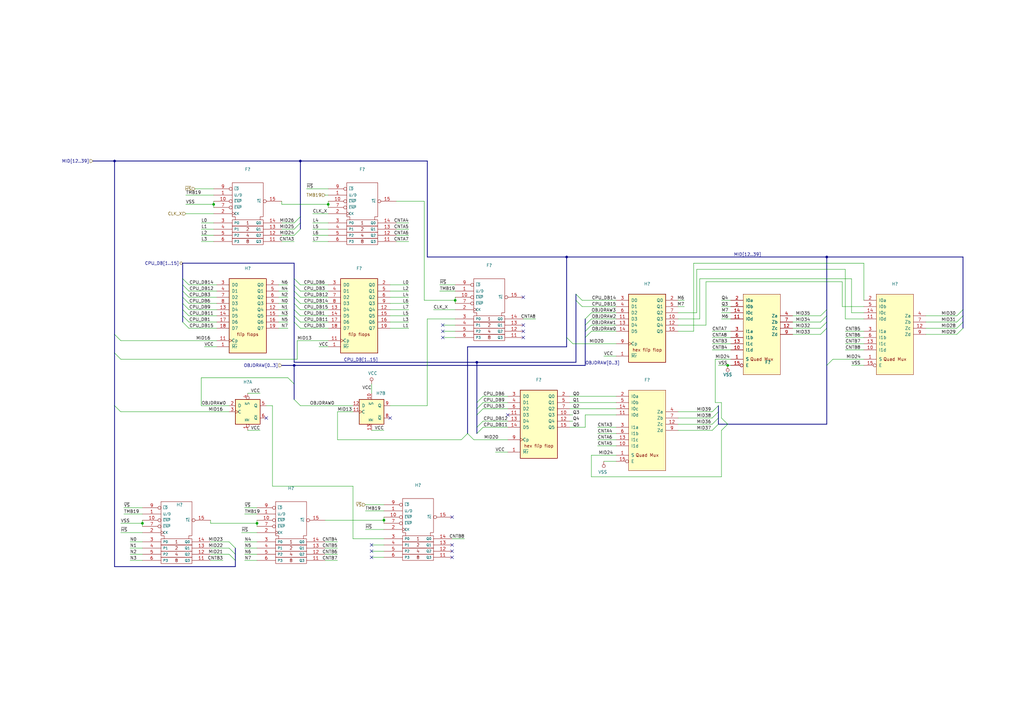
<source format=kicad_sch>
(kicad_sch (version 20211123) (generator eeschema)
  (paper "A3")
  (title_block (date "2022-04-29") (rev "J. Tejada") (company "JOTEGO") (comment 1 "Esperanza D. Triana"))
  (lib_symbols
    (symbol "74xx_IEEE:74LS669" (pin_names (offset 0.762))
      (property "Reference" "U" (at 7.62 13.97 0))
      (property "Value" "74xx_IEEE_74LS669" (at 7.62 -13.97 0))
      (symbol "74LS669_0_0"
        (rectangle (start -6.35 -8.89) (end 6.35 -11.43))
        (rectangle (start -6.35 -6.35) (end 6.35 -8.89))
        (rectangle (start -6.35 -3.81) (end 6.35 -6.35))
        (rectangle (start -6.35 -1.27) (end 6.35 -3.81))
        (polyline (pts (xy -5.08 -1.27) (xy -5.08 0) (xy -6.35 0) (xy -6.35 13.97) (xy 6.35 13.97) (xy 6.35 0) (xy 5.08 0) (xy 5.08 -1.27) (xy 5.08 -1.27)))
        (text "1" (at 0 -2.54 0) (effects (font (size 1.27 1.27))))
        (text "2" (at 0 -5.08 0) (effects (font (size 1.27 1.27))))
        (text "4" (at 0 -7.62 0) (effects (font (size 1.27 1.27))))
        (text "8" (at 0 -10.16 0) (effects (font (size 1.27 1.27))))
        (pin power_in line (at 3.81 13.97 270) (length 0) hide (name "VCC") (number "16"))
        (pin power_in line (at 1.27 13.97 270) (length 0) hide (name "GND") (number "8"))
      )
      (symbol "74LS669_1_1"
        (pin input line (at -13.97 8.89 0) (length 7.62) (name "U/D") (number "1"))
        (pin input inverted (at -13.97 6.35 0) (length 7.62) (name "~{ENP}") (number "10"))
        (pin output line (at 13.97 -10.16 180) (length 7.62) (name "Q3") (number "11"))
        (pin output line (at 13.97 -7.62 180) (length 7.62) (name "Q2") (number "12"))
        (pin output line (at 13.97 -5.08 180) (length 7.62) (name "Q1") (number "13"))
        (pin output line (at 13.97 -2.54 180) (length 7.62) (name "Q0") (number "14"))
        (pin output inverted (at 13.97 6.35 180) (length 7.62) (name "~{Tc}") (number "15"))
        (pin input clock (at -13.97 1.27 0) (length 7.62) (name "CK") (number "2"))
        (pin input line (at -13.97 -2.54 0) (length 7.62) (name "P0") (number "3"))
        (pin input line (at -13.97 -5.08 0) (length 7.62) (name "P1") (number "4"))
        (pin input line (at -13.97 -7.62 0) (length 7.62) (name "P2") (number "5"))
        (pin input line (at -13.97 -10.16 0) (length 7.62) (name "P3") (number "6"))
        (pin input inverted (at -13.97 3.81 0) (length 7.62) (name "~{ENP}") (number "7"))
        (pin input inverted (at -13.97 11.43 0) (length 7.62) (name "~{LD}") (number "9"))
      )
    )
    (symbol "jt74:74LS157" (pin_names (offset 1.016))
      (property "Reference" "U" (at 5.08 12.7 0))
      (property "Value" "jt74_74LS157" (at 0 -16.51 0))
      (symbol "74LS157_0_0"
        (text "Quad Mux" (at 0 -11.43 0) (effects (font (size 1.27 1.27))))
      )
      (symbol "74LS157_1_0"
        (pin input line (at -12.7 -11.43 0) (length 5.08) (name "S") (number "1"))
        (pin input line (at -12.7 -7.62 0) (length 5.08) (name "I1d") (number "10"))
        (pin input line (at -12.7 5.08 0) (length 5.08) (name "I0d") (number "11"))
        (pin output line (at 12.7 1.27 180) (length 5.08) (name "Zc") (number "12"))
        (pin input line (at -12.7 -5.08 0) (length 5.08) (name "I1c") (number "13"))
        (pin input line (at -12.7 7.62 0) (length 5.08) (name "I0c") (number "14"))
        (pin input inverted (at -12.7 -13.97 0) (length 5.08) (name "E") (number "15"))
        (pin input line (at -12.7 12.7 0) (length 5.08) (name "I0a") (number "2"))
        (pin input line (at -12.7 0 0) (length 5.08) (name "I1a") (number "3"))
        (pin output line (at 12.7 6.35 180) (length 5.08) (name "Za") (number "4"))
        (pin input line (at -12.7 10.16 0) (length 5.08) (name "I0b") (number "5"))
        (pin input line (at -12.7 -2.54 0) (length 5.08) (name "I1b") (number "6"))
        (pin output line (at 12.7 3.81 180) (length 5.08) (name "Zb") (number "7"))
        (pin output line (at 12.7 -1.27 180) (length 5.08) (name "Zd") (number "9"))
      )
      (symbol "74LS157_1_1"
        (rectangle (start -7.62 15.24) (end 7.62 -17.78) (fill (type background)))
      )
    )
    (symbol "jt74:74LS174" (pin_names (offset 1.016))
      (property "Reference" "U" (at 5.08 -12.7 0))
      (property "Value" "jt74_74LS174" (at 0 -5.08 0))
      (symbol "74LS174_0_0"
        (text "hex flip flop" (at 0 -10.16 0) (effects (font (size 1.27 1.27))))
      )
      (symbol "74LS174_1_0"
        (pin input line (at -12.7 -12.7 0) (length 5.08) (name "~{Mr}") (number "1"))
        (pin output line (at 12.7 2.54 180) (length 5.08) (name "Q3") (number "10"))
        (pin input line (at -12.7 2.54 0) (length 5.08) (name "D3") (number "11"))
        (pin output line (at 12.7 0 180) (length 5.08) (name "Q4") (number "12"))
        (pin input line (at -12.7 0 0) (length 5.08) (name "D4") (number "13"))
        (pin input line (at -12.7 -2.54 0) (length 5.08) (name "D5") (number "14"))
        (pin output line (at 12.7 -2.54 180) (length 5.08) (name "Q5") (number "15"))
        (pin output line (at 12.7 10.16 180) (length 5.08) (name "Q0") (number "2"))
        (pin input line (at -12.7 10.16 0) (length 5.08) (name "D0") (number "3"))
        (pin input line (at -12.7 7.62 0) (length 5.08) (name "D1") (number "4"))
        (pin output line (at 12.7 7.62 180) (length 5.08) (name "Q1") (number "5"))
        (pin input line (at -12.7 5.08 0) (length 5.08) (name "D2") (number "6"))
        (pin output line (at 12.7 5.08 180) (length 5.08) (name "Q2") (number "7"))
        (pin input clock (at -12.7 -7.62 0) (length 5.08) (name "Cp") (number "9"))
      )
      (symbol "74LS174_1_1"
        (rectangle (start -7.62 12.7) (end 7.62 -15.24) (stroke (width 0.254)) (fill (type background)))
      )
    )
    (symbol "jt74:74LS273" (pin_names (offset 1.016))
      (property "Reference" "U" (at 0 2.54 0))
      (property "Value" "jt74_74LS273" (at 2.54 -13.97 0))
      (symbol "74LS273_0_0"
        (text "flip flops" (at 0 -7.62 0) (effects (font (size 1.27 1.27))))
      )
      (symbol "74LS273_1_0"
        (pin input line (at -12.7 -12.7 0) (length 5.08) (name "~{Mr}") (number "1"))
        (pin input clock (at -12.7 -10.16 0) (length 5.08) (name "Cp") (number "11"))
        (pin output line (at 12.7 2.54 180) (length 5.08) (name "Q4") (number "12"))
        (pin input line (at -12.7 2.54 0) (length 5.08) (name "D4") (number "13"))
        (pin input line (at -12.7 0 0) (length 5.08) (name "D5") (number "14"))
        (pin output line (at 12.7 0 180) (length 5.08) (name "Q5") (number "15"))
        (pin output line (at 12.7 -2.54 180) (length 5.08) (name "Q6") (number "16"))
        (pin input line (at -12.7 -2.54 0) (length 5.08) (name "D6") (number "17"))
        (pin input line (at -12.7 -5.08 0) (length 5.08) (name "D7") (number "18"))
        (pin output line (at 12.7 -5.08 180) (length 5.08) (name "Q7") (number "19"))
        (pin output line (at 12.7 12.7 180) (length 5.08) (name "Q0") (number "2"))
        (pin input line (at -12.7 12.7 0) (length 5.08) (name "D0") (number "3"))
        (pin input line (at -12.7 10.16 0) (length 5.08) (name "D1") (number "4"))
        (pin output line (at 12.7 10.16 180) (length 5.08) (name "Q1") (number "5"))
        (pin output line (at 12.7 7.62 180) (length 5.08) (name "Q2") (number "6"))
        (pin input line (at -12.7 7.62 0) (length 5.08) (name "D2") (number "7"))
        (pin input line (at -12.7 5.08 0) (length 5.08) (name "D3") (number "8"))
        (pin output line (at 12.7 5.08 180) (length 5.08) (name "Q3") (number "9"))
      )
      (symbol "74LS273_1_1"
        (rectangle (start -7.62 15.24) (end 7.62 -15.24) (stroke (width 0.254)) (fill (type background)))
      )
    )
    (symbol "jt74:74LS74" (pin_names (offset 1.016))
      (property "Reference" "U" (at -7.62 8.89 0))
      (property "Value" "jt74_74LS74" (at -7.62 -8.89 0))
      (symbol "74LS74_1_0"
        (pin input inverted (at 0 -7.62 90) (length 2.54) (name "~{R}") (number "1"))
        (pin input line (at -7.62 2.54 0) (length 2.54) (name "D") (number "2"))
        (pin input clock (at -7.62 0 0) (length 2.54) (name "C") (number "3"))
        (pin input inverted (at 0 7.62 270) (length 2.54) (name "~{S}") (number "4"))
        (pin output line (at 7.62 2.54 180) (length 2.54) (name "Q") (number "5"))
        (pin output line (at 7.62 -2.54 180) (length 2.54) (name "~{Q}") (number "6"))
      )
      (symbol "74LS74_1_1"
        (rectangle (start -5.08 5.08) (end 5.08 -5.08) (stroke (width 0.254)) (fill (type background)))
      )
      (symbol "74LS74_2_0"
        (pin input clock (at -7.62 0 0) (length 2.54) (name "C") (number "11"))
        (pin input line (at -7.62 2.54 0) (length 2.54) (name "D") (number "12"))
        (pin input line (at 0 -7.62 90) (length 2.54) (name "~{R}") (number "13"))
        (pin output line (at 7.62 -2.54 180) (length 2.54) (name "~{Q}") (number "8"))
        (pin output line (at 7.62 2.54 180) (length 2.54) (name "Q") (number "9"))
      )
      (symbol "74LS74_2_1"
        (rectangle (start -5.08 5.08) (end 5.08 -5.08) (stroke (width 0.254)) (fill (type background)))
        (pin input line (at 0 7.62 270) (length 2.54) (name "~{S}") (number "10"))
      )
      (symbol "74LS74_3_0"
        (pin input line (at 0 10.16 270) (length 2.54) hide (name "VCC") (number "14"))
        (pin input line (at 0 -10.16 90) (length 2.54) hide (name "GND") (number "7"))
      )
      (symbol "74LS74_3_1"
        (rectangle (start -5.08 7.62) (end 5.08 -7.62) (stroke (width 0.254)) (fill (type background)))
      )
    )
    (symbol "power:VCC" (power) (pin_names (offset 0))
      (property "Value" "power_VCC" (at 0 3.81 0))
      (symbol "VCC_0_1"
        (polyline (pts (xy 0 0) (xy 0 1.27)))
        (circle (center 0 1.905) (radius 0.635))
      )
      (symbol "VCC_1_1"
        (pin power_in line (at 0 0 90) (length 0) hide (name "VCC") (number "1"))
      )
    )
    (symbol "power:VSS" (power) (pin_names (offset 0))
      (property "Value" "power_VSS" (at 0 3.81 0))
      (symbol "VSS_0_1"
        (polyline (pts (xy 0 0) (xy 0 1.27)))
        (circle (center 0 1.905) (radius 0.635))
      )
      (symbol "VSS_1_1"
        (pin power_in line (at 0 0 90) (length 0) hide (name "VSS") (number "1"))
      )
    )
  )
  (junction (at 195.58 148.59))
  (junction (at 120.65 149.86))
  (junction (at 186.69 123.19))
  (junction (at 87.63 83.82))
  (junction (at 46.99 66.04))
  (junction (at 298.45 149.86))
  (junction (at 58.42 214.63))
  (junction (at 232.41 105.41))
  (junction (at 105.41 214.63))
  (junction (at 157.48 213.36))
  (junction (at 123.19 66.04))
  (junction (at 134.62 83.82))
  (junction (at 339.09 105.41))
  (no_connect (at 214.63 138.43))
  (no_connect (at 181.61 133.35))
  (no_connect (at 214.63 121.92))
  (no_connect (at 185.42 228.6))
  (no_connect (at 185.42 223.52))
  (no_connect (at 214.63 133.35))
  (no_connect (at 152.4 223.52))
  (no_connect (at 185.42 226.06))
  (no_connect (at 160.02 171.45))
  (no_connect (at 181.61 135.89))
  (no_connect (at 185.42 212.09))
  (no_connect (at 152.4 226.06))
  (no_connect (at 152.4 228.6))
  (no_connect (at 109.22 171.45))
  (no_connect (at 208.28 170.18))
  (no_connect (at 181.61 138.43))
  (no_connect (at 214.63 135.89))
  (bus_entry (at 394.97 127) (size -2.54 2.54))
  (bus_entry (at 394.97 132.08) (size -2.54 2.54))
  (bus_entry (at 120.65 91.44) (size 2.54 -2.54))
  (bus_entry (at 93.98 227.33) (size 2.54 2.54))
  (bus_entry (at 74.93 124.46) (size 2.54 2.54))
  (bus_entry (at 240.03 130.81) (size 2.54 -2.54))
  (bus_entry (at 74.93 119.38) (size 2.54 2.54))
  (bus_entry (at 236.22 120.65) (size 2.54 2.54))
  (bus_entry (at 294.64 168.91) (size -2.54 2.54))
  (bus_entry (at 46.99 144.78) (size 2.54 2.54))
  (bus_entry (at 120.65 114.3) (size 2.54 2.54))
  (bus_entry (at 120.65 127) (size 2.54 2.54))
  (bus_entry (at 232.41 138.43) (size 2.54 2.54))
  (bus_entry (at 120.65 96.52) (size 2.54 -2.54))
  (bus_entry (at 191.77 177.8) (size 2.54 2.54))
  (bus_entry (at 120.65 124.46) (size 2.54 2.54))
  (bus_entry (at 120.65 121.92) (size 2.54 2.54))
  (bus_entry (at 123.19 166.37) (size -2.54 -2.54))
  (bus_entry (at 298.45 173.99) (size -2.54 2.54))
  (bus_entry (at 339.09 134.62) (size -2.54 2.54))
  (bus_entry (at 120.65 129.54) (size 2.54 2.54))
  (bus_entry (at 74.93 127) (size 2.54 2.54))
  (bus_entry (at 339.09 132.08) (size -2.54 2.54))
  (bus_entry (at 294.64 171.45) (size -2.54 2.54))
  (bus_entry (at 46.99 137.16) (size 2.54 2.54))
  (bus_entry (at 294.64 173.99) (size -2.54 2.54))
  (bus_entry (at 74.93 132.08) (size 2.54 2.54))
  (bus_entry (at 120.65 93.98) (size 2.54 -2.54))
  (bus_entry (at 394.97 134.62) (size -2.54 2.54))
  (bus_entry (at 295.91 171.45) (size 2.54 2.54))
  (bus_entry (at 242.57 133.35) (size -2.54 2.54))
  (bus_entry (at 198.12 175.26) (size -2.54 2.54))
  (bus_entry (at 46.99 166.37) (size 2.54 2.54))
  (bus_entry (at 120.65 119.38) (size 2.54 2.54))
  (bus_entry (at 74.93 121.92) (size 2.54 2.54))
  (bus_entry (at 394.97 129.54) (size -2.54 2.54))
  (bus_entry (at 74.93 129.54) (size 2.54 2.54))
  (bus_entry (at 242.57 135.89) (size -2.54 2.54))
  (bus_entry (at 120.65 157.48) (size -2.54 -2.54))
  (bus_entry (at 198.12 165.1) (size -2.54 2.54))
  (bus_entry (at 242.57 130.81) (size -2.54 2.54))
  (bus_entry (at 198.12 167.64) (size -2.54 2.54))
  (bus_entry (at 74.93 114.3) (size 2.54 2.54))
  (bus_entry (at 120.65 132.08) (size 2.54 2.54))
  (bus_entry (at 120.65 116.84) (size 2.54 2.54))
  (bus_entry (at 189.23 180.34) (size 2.54 -2.54))
  (bus_entry (at 236.22 123.19) (size 2.54 2.54))
  (bus_entry (at 339.09 127) (size -2.54 2.54))
  (bus_entry (at 198.12 172.72) (size -2.54 2.54))
  (bus_entry (at 294.64 166.37) (size -2.54 2.54))
  (bus_entry (at 198.12 162.56) (size -2.54 2.54))
  (bus_entry (at 341.63 147.32) (size -2.54 2.54))
  (bus_entry (at 339.09 129.54) (size -2.54 2.54))
  (bus_entry (at 93.98 222.25) (size 2.54 2.54))
  (bus_entry (at 93.98 224.79) (size 2.54 2.54))
  (bus_entry (at 74.93 116.84) (size 2.54 2.54))
  (wire (pts (xy 99.06 218.44) (xy 105.41 218.44)))
  (bus (pts (xy 195.58 148.59) (xy 195.58 165.1)))
  (wire (pts (xy 105.41 213.36) (xy 105.41 214.63)))
  (bus (pts (xy 298.45 173.99) (xy 339.09 173.99)))
  (bus (pts (xy 123.19 66.04) (xy 175.26 66.04)))
  (wire (pts (xy 105.41 208.28) (xy 100.33 208.28)))
  (wire (pts (xy 233.68 172.72) (xy 234.95 172.72)))
  (wire (pts (xy 198.12 175.26) (xy 208.28 175.26)))
  (bus (pts (xy 394.97 105.41) (xy 339.09 105.41)))
  (bus (pts (xy 240.03 138.43) (xy 240.03 149.86)))
  (wire (pts (xy 121.92 139.7) (xy 134.62 139.7)))
  (wire (pts (xy 87.63 85.09) (xy 87.63 83.82)))
  (bus (pts (xy 74.93 119.38) (xy 74.93 121.92)))
  (wire (pts (xy 53.34 227.33) (xy 58.42 227.33)))
  (bus (pts (xy 294.64 166.37) (xy 294.64 168.91)))
  (wire (pts (xy 149.86 217.17) (xy 157.48 217.17)))
  (bus (pts (xy 339.09 132.08) (xy 339.09 134.62)))
  (wire (pts (xy 173.99 82.55) (xy 173.99 123.19)))
  (wire (pts (xy 346.71 110.49) (xy 346.71 130.81)))
  (bus (pts (xy 120.65 148.59) (xy 195.58 148.59)))
  (bus (pts (xy 74.93 107.95) (xy 74.93 114.3)))
  (bus (pts (xy 294.64 168.91) (xy 294.64 171.45)))
  (wire (pts (xy 76.2 87.63) (xy 87.63 87.63)))
  (wire (pts (xy 240.03 175.26) (xy 240.03 170.18)))
  (wire (pts (xy 118.11 119.38) (xy 114.3 119.38)))
  (bus (pts (xy 120.65 149.86) (xy 120.65 157.48)))
  (wire (pts (xy 252.73 175.26) (xy 245.11 175.26)))
  (wire (pts (xy 58.42 224.79) (xy 53.34 224.79)))
  (bus (pts (xy 120.65 107.95) (xy 120.65 114.3)))
  (wire (pts (xy 299.72 128.27) (xy 295.91 128.27)))
  (wire (pts (xy 379.73 134.62) (xy 392.43 134.62)))
  (wire (pts (xy 88.9 129.54) (xy 77.47 129.54)))
  (bus (pts (xy 195.58 167.64) (xy 195.58 170.18)))
  (wire (pts (xy 167.64 121.92) (xy 160.02 121.92)))
  (wire (pts (xy 233.68 170.18) (xy 234.95 170.18)))
  (wire (pts (xy 185.42 220.98) (xy 190.5 220.98)))
  (wire (pts (xy 289.56 115.57) (xy 345.44 115.57)))
  (bus (pts (xy 120.65 119.38) (xy 120.65 121.92)))
  (wire (pts (xy 134.62 91.44) (xy 128.27 91.44)))
  (wire (pts (xy 345.44 125.73) (xy 354.33 125.73)))
  (wire (pts (xy 298.45 149.86) (xy 294.64 149.86)))
  (bus (pts (xy 74.93 124.46) (xy 74.93 127)))
  (wire (pts (xy 167.64 134.62) (xy 160.02 134.62)))
  (wire (pts (xy 278.13 130.81) (xy 287.02 130.81)))
  (wire (pts (xy 341.63 147.32) (xy 354.33 147.32)))
  (wire (pts (xy 118.11 134.62) (xy 114.3 134.62)))
  (bus (pts (xy 195.58 170.18) (xy 195.58 175.26)))
  (wire (pts (xy 82.55 99.06) (xy 87.63 99.06)))
  (wire (pts (xy 50.8 210.82) (xy 58.42 210.82)))
  (bus (pts (xy 38.1 66.04) (xy 46.99 66.04)))
  (wire (pts (xy 238.76 123.19) (xy 252.73 123.19)))
  (wire (pts (xy 242.57 195.58) (xy 242.57 186.69)))
  (wire (pts (xy 186.69 123.19) (xy 186.69 121.92)))
  (bus (pts (xy 232.41 105.41) (xy 232.41 138.43)))
  (bus (pts (xy 46.99 232.41) (xy 96.52 232.41)))
  (wire (pts (xy 354.33 143.51) (xy 346.71 143.51)))
  (wire (pts (xy 111.76 166.37) (xy 111.76 199.39)))
  (wire (pts (xy 186.69 116.84) (xy 180.34 116.84)))
  (bus (pts (xy 96.52 227.33) (xy 96.52 229.87)))
  (wire (pts (xy 115.57 96.52) (xy 120.65 96.52)))
  (wire (pts (xy 162.56 82.55) (xy 173.99 82.55)))
  (bus (pts (xy 123.19 88.9) (xy 123.19 91.44)))
  (wire (pts (xy 295.91 195.58) (xy 295.91 176.53)))
  (wire (pts (xy 242.57 133.35) (xy 252.73 133.35)))
  (wire (pts (xy 157.48 214.63) (xy 157.48 213.36)))
  (wire (pts (xy 379.73 129.54) (xy 392.43 129.54)))
  (bus (pts (xy 96.52 224.79) (xy 96.52 227.33)))
  (wire (pts (xy 189.23 180.34) (xy 138.43 180.34)))
  (bus (pts (xy 120.65 132.08) (xy 120.65 148.59)))
  (bus (pts (xy 394.97 129.54) (xy 394.97 132.08)))
  (bus (pts (xy 120.65 149.86) (xy 240.03 149.86)))
  (bus (pts (xy 120.65 157.48) (xy 120.65 163.83)))
  (bus (pts (xy 339.09 105.41) (xy 339.09 127)))
  (wire (pts (xy 198.12 162.56) (xy 208.28 162.56)))
  (wire (pts (xy 86.36 213.36) (xy 86.36 214.63)))
  (wire (pts (xy 118.11 129.54) (xy 114.3 129.54)))
  (wire (pts (xy 167.64 124.46) (xy 160.02 124.46)))
  (bus (pts (xy 232.41 138.43) (xy 232.41 142.24)))
  (wire (pts (xy 118.11 127) (xy 114.3 127)))
  (wire (pts (xy 109.22 166.37) (xy 111.76 166.37)))
  (wire (pts (xy 234.95 140.97) (xy 252.73 140.97)))
  (wire (pts (xy 76.2 80.01) (xy 87.63 80.01)))
  (wire (pts (xy 186.69 138.43) (xy 181.61 138.43)))
  (wire (pts (xy 299.72 135.89) (xy 292.1 135.89)))
  (wire (pts (xy 295.91 125.73) (xy 299.72 125.73)))
  (wire (pts (xy 157.48 207.01) (xy 149.86 207.01)))
  (wire (pts (xy 278.13 133.35) (xy 289.56 133.35)))
  (wire (pts (xy 278.13 173.99) (xy 292.1 173.99)))
  (wire (pts (xy 325.12 132.08) (xy 336.55 132.08)))
  (wire (pts (xy 123.19 129.54) (xy 134.62 129.54)))
  (bus (pts (xy 123.19 91.44) (xy 123.19 93.98)))
  (wire (pts (xy 233.68 162.56) (xy 252.73 162.56)))
  (wire (pts (xy 152.4 176.53) (xy 157.48 176.53)))
  (wire (pts (xy 299.72 123.19) (xy 295.91 123.19)))
  (wire (pts (xy 120.65 93.98) (xy 115.57 93.98)))
  (wire (pts (xy 133.35 222.25) (xy 138.43 222.25)))
  (wire (pts (xy 181.61 135.89) (xy 186.69 135.89)))
  (wire (pts (xy 186.69 133.35) (xy 181.61 133.35)))
  (wire (pts (xy 76.2 83.82) (xy 87.63 83.82)))
  (wire (pts (xy 144.78 199.39) (xy 144.78 220.98)))
  (wire (pts (xy 123.19 132.08) (xy 134.62 132.08)))
  (bus (pts (xy 46.99 66.04) (xy 123.19 66.04)))
  (bus (pts (xy 232.41 142.24) (xy 191.77 142.24)))
  (wire (pts (xy 208.28 180.34) (xy 194.31 180.34)))
  (bus (pts (xy 115.57 149.86) (xy 120.65 149.86)))
  (wire (pts (xy 49.53 168.91) (xy 93.98 168.91)))
  (wire (pts (xy 58.42 215.9) (xy 58.42 214.63)))
  (bus (pts (xy 191.77 142.24) (xy 191.77 177.8)))
  (wire (pts (xy 133.35 227.33) (xy 138.43 227.33)))
  (bus (pts (xy 120.65 121.92) (xy 120.65 124.46)))
  (wire (pts (xy 144.78 166.37) (xy 123.19 166.37)))
  (bus (pts (xy 240.03 135.89) (xy 240.03 138.43)))
  (wire (pts (xy 144.78 220.98) (xy 157.48 220.98)))
  (bus (pts (xy 195.58 165.1) (xy 195.58 167.64)))
  (wire (pts (xy 134.62 93.98) (xy 128.27 93.98)))
  (wire (pts (xy 287.02 114.3) (xy 349.25 114.3)))
  (bus (pts (xy 339.09 127) (xy 339.09 129.54)))
  (wire (pts (xy 152.4 157.48) (xy 152.4 161.29)))
  (wire (pts (xy 299.72 149.86) (xy 298.45 149.86)))
  (wire (pts (xy 115.57 83.82) (xy 134.62 83.82)))
  (wire (pts (xy 242.57 186.69) (xy 252.73 186.69)))
  (wire (pts (xy 86.36 214.63) (xy 105.41 214.63)))
  (wire (pts (xy 88.9 124.46) (xy 77.47 124.46)))
  (bus (pts (xy 74.93 121.92) (xy 74.93 124.46)))
  (wire (pts (xy 252.73 182.88) (xy 245.11 182.88)))
  (wire (pts (xy 82.55 154.94) (xy 118.11 154.94)))
  (wire (pts (xy 349.25 128.27) (xy 354.33 128.27)))
  (wire (pts (xy 134.62 82.55) (xy 134.62 83.82)))
  (wire (pts (xy 278.13 123.19) (xy 280.67 123.19)))
  (wire (pts (xy 354.33 138.43) (xy 346.71 138.43)))
  (wire (pts (xy 82.55 166.37) (xy 93.98 166.37)))
  (wire (pts (xy 287.02 130.81) (xy 287.02 114.3)))
  (wire (pts (xy 242.57 128.27) (xy 252.73 128.27)))
  (wire (pts (xy 167.64 129.54) (xy 160.02 129.54)))
  (wire (pts (xy 354.33 107.95) (xy 354.33 123.19)))
  (wire (pts (xy 87.63 91.44) (xy 82.55 91.44)))
  (bus (pts (xy 394.97 105.41) (xy 394.97 127)))
  (wire (pts (xy 134.62 142.24) (xy 130.81 142.24)))
  (bus (pts (xy 46.99 137.16) (xy 46.99 144.78)))
  (wire (pts (xy 252.73 180.34) (xy 245.11 180.34)))
  (bus (pts (xy 294.64 173.99) (xy 298.45 173.99)))
  (wire (pts (xy 50.8 208.28) (xy 58.42 208.28)))
  (wire (pts (xy 86.36 224.79) (xy 93.98 224.79)))
  (wire (pts (xy 105.41 224.79) (xy 100.33 224.79)))
  (wire (pts (xy 111.76 199.39) (xy 144.78 199.39)))
  (wire (pts (xy 58.42 214.63) (xy 58.42 213.36)))
  (wire (pts (xy 138.43 168.91) (xy 138.43 180.34)))
  (bus (pts (xy 46.99 66.04) (xy 46.99 137.16)))
  (wire (pts (xy 162.56 91.44) (xy 167.64 91.44)))
  (wire (pts (xy 88.9 119.38) (xy 77.47 119.38)))
  (wire (pts (xy 123.19 127) (xy 134.62 127)))
  (wire (pts (xy 278.13 176.53) (xy 292.1 176.53)))
  (wire (pts (xy 354.33 135.89) (xy 346.71 135.89)))
  (wire (pts (xy 115.57 91.44) (xy 120.65 91.44)))
  (wire (pts (xy 80.01 77.47) (xy 87.63 77.47)))
  (wire (pts (xy 49.53 147.32) (xy 121.92 147.32)))
  (wire (pts (xy 289.56 115.57) (xy 289.56 133.35)))
  (bus (pts (xy 394.97 127) (xy 394.97 129.54)))
  (wire (pts (xy 280.67 125.73) (xy 278.13 125.73)))
  (wire (pts (xy 285.75 110.49) (xy 346.71 110.49)))
  (bus (pts (xy 46.99 166.37) (xy 46.99 232.41)))
  (wire (pts (xy 252.73 177.8) (xy 245.11 177.8)))
  (wire (pts (xy 91.44 229.87) (xy 86.36 229.87)))
  (wire (pts (xy 88.9 134.62) (xy 77.47 134.62)))
  (wire (pts (xy 115.57 82.55) (xy 115.57 83.82)))
  (wire (pts (xy 186.69 123.19) (xy 173.99 123.19)))
  (wire (pts (xy 299.72 140.97) (xy 292.1 140.97)))
  (wire (pts (xy 233.68 175.26) (xy 240.03 175.26)))
  (wire (pts (xy 82.55 96.52) (xy 87.63 96.52)))
  (wire (pts (xy 157.48 228.6) (xy 152.4 228.6)))
  (bus (pts (xy 74.93 114.3) (xy 74.93 116.84)))
  (wire (pts (xy 118.11 121.92) (xy 114.3 121.92)))
  (wire (pts (xy 88.9 142.24) (xy 83.82 142.24)))
  (wire (pts (xy 198.12 172.72) (xy 208.28 172.72)))
  (wire (pts (xy 252.73 165.1) (xy 233.68 165.1)))
  (wire (pts (xy 379.73 132.08) (xy 392.43 132.08)))
  (wire (pts (xy 295.91 195.58) (xy 242.57 195.58)))
  (bus (pts (xy 74.93 127) (xy 74.93 129.54)))
  (wire (pts (xy 345.44 115.57) (xy 345.44 125.73)))
  (wire (pts (xy 175.26 130.81) (xy 186.69 130.81)))
  (wire (pts (xy 86.36 222.25) (xy 93.98 222.25)))
  (bus (pts (xy 74.93 107.95) (xy 120.65 107.95)))
  (wire (pts (xy 133.35 213.36) (xy 157.48 213.36)))
  (wire (pts (xy 346.71 130.81) (xy 354.33 130.81)))
  (bus (pts (xy 74.93 129.54) (xy 74.93 132.08)))
  (wire (pts (xy 160.02 166.37) (xy 175.26 166.37)))
  (bus (pts (xy 339.09 134.62) (xy 339.09 149.86)))
  (wire (pts (xy 354.33 149.86) (xy 349.25 149.86)))
  (bus (pts (xy 294.64 171.45) (xy 294.64 173.99)))
  (wire (pts (xy 82.55 166.37) (xy 82.55 154.94)))
  (wire (pts (xy 293.37 165.1) (xy 295.91 165.1)))
  (wire (pts (xy 278.13 135.89) (xy 284.48 135.89)))
  (wire (pts (xy 157.48 223.52) (xy 152.4 223.52)))
  (wire (pts (xy 186.69 124.46) (xy 186.69 123.19)))
  (wire (pts (xy 208.28 185.42) (xy 203.2 185.42)))
  (wire (pts (xy 379.73 137.16) (xy 392.43 137.16)))
  (bus (pts (xy 96.52 229.87) (xy 96.52 232.41)))
  (bus (pts (xy 195.58 175.26) (xy 195.58 177.8)))
  (wire (pts (xy 252.73 146.05) (xy 247.65 146.05)))
  (wire (pts (xy 325.12 129.54) (xy 336.55 129.54)))
  (bus (pts (xy 46.99 144.78) (xy 46.99 166.37)))
  (bus (pts (xy 240.03 133.35) (xy 240.03 135.89)))
  (wire (pts (xy 278.13 168.91) (xy 292.1 168.91)))
  (wire (pts (xy 180.34 119.38) (xy 186.69 119.38)))
  (bus (pts (xy 120.65 127) (xy 120.65 129.54)))
  (bus (pts (xy 236.22 120.65) (xy 236.22 123.19)))
  (bus (pts (xy 240.03 130.81) (xy 240.03 133.35)))
  (wire (pts (xy 128.27 99.06) (xy 134.62 99.06)))
  (wire (pts (xy 349.25 114.3) (xy 349.25 128.27)))
  (wire (pts (xy 87.63 93.98) (xy 82.55 93.98)))
  (wire (pts (xy 198.12 167.64) (xy 208.28 167.64)))
  (wire (pts (xy 118.11 116.84) (xy 114.3 116.84)))
  (bus (pts (xy 123.19 66.04) (xy 123.19 88.9)))
  (wire (pts (xy 152.4 226.06) (xy 157.48 226.06)))
  (wire (pts (xy 118.11 124.46) (xy 114.3 124.46)))
  (wire (pts (xy 284.48 107.95) (xy 354.33 107.95)))
  (wire (pts (xy 167.64 93.98) (xy 162.56 93.98)))
  (wire (pts (xy 325.12 137.16) (xy 336.55 137.16)))
  (wire (pts (xy 125.73 77.47) (xy 134.62 77.47)))
  (wire (pts (xy 49.53 218.44) (xy 58.42 218.44)))
  (wire (pts (xy 242.57 130.81) (xy 252.73 130.81)))
  (wire (pts (xy 134.62 83.82) (xy 134.62 85.09)))
  (wire (pts (xy 123.19 121.92) (xy 134.62 121.92)))
  (bus (pts (xy 74.93 116.84) (xy 74.93 119.38)))
  (wire (pts (xy 128.27 96.52) (xy 134.62 96.52)))
  (bus (pts (xy 236.22 148.59) (xy 195.58 148.59)))
  (wire (pts (xy 49.53 214.63) (xy 58.42 214.63)))
  (wire (pts (xy 58.42 222.25) (xy 53.34 222.25)))
  (wire (pts (xy 252.73 189.23) (xy 247.65 189.23)))
  (wire (pts (xy 88.9 127) (xy 77.47 127)))
  (wire (pts (xy 295.91 165.1) (xy 295.91 171.45)))
  (wire (pts (xy 295.91 130.81) (xy 299.72 130.81)))
  (wire (pts (xy 278.13 171.45) (xy 292.1 171.45)))
  (wire (pts (xy 167.64 99.06) (xy 162.56 99.06)))
  (wire (pts (xy 299.72 138.43) (xy 292.1 138.43)))
  (wire (pts (xy 149.86 209.55) (xy 157.48 209.55)))
  (wire (pts (xy 278.13 128.27) (xy 285.75 128.27)))
  (wire (pts (xy 88.9 132.08) (xy 77.47 132.08)))
  (wire (pts (xy 138.43 224.79) (xy 133.35 224.79)))
  (wire (pts (xy 293.37 147.32) (xy 293.37 165.1)))
  (wire (pts (xy 162.56 96.52) (xy 167.64 96.52)))
  (wire (pts (xy 123.19 119.38) (xy 134.62 119.38)))
  (bus (pts (xy 339.09 129.54) (xy 339.09 132.08)))
  (wire (pts (xy 285.75 128.27) (xy 285.75 110.49)))
  (wire (pts (xy 157.48 213.36) (xy 157.48 212.09)))
  (wire (pts (xy 167.64 127) (xy 160.02 127)))
  (bus (pts (xy 120.65 129.54) (xy 120.65 132.08)))
  (wire (pts (xy 144.78 168.91) (xy 138.43 168.91)))
  (wire (pts (xy 175.26 166.37) (xy 175.26 130.81)))
  (wire (pts (xy 123.19 134.62) (xy 134.62 134.62)))
  (wire (pts (xy 105.41 214.63) (xy 105.41 215.9)))
  (bus (pts (xy 120.65 114.3) (xy 120.65 116.84)))
  (bus (pts (xy 120.65 116.84) (xy 120.65 119.38)))
  (wire (pts (xy 354.33 140.97) (xy 346.71 140.97)))
  (wire (pts (xy 293.37 147.32) (xy 299.72 147.32)))
  (wire (pts (xy 284.48 135.89) (xy 284.48 107.95)))
  (wire (pts (xy 101.6 161.29) (xy 106.68 161.29)))
  (wire (pts (xy 100.33 229.87) (xy 105.41 229.87)))
  (wire (pts (xy 106.68 176.53) (xy 101.6 176.53)))
  (wire (pts (xy 121.92 139.7) (xy 121.92 147.32)))
  (bus (pts (xy 339.09 149.86) (xy 339.09 173.99)))
  (wire (pts (xy 88.9 116.84) (xy 77.47 116.84)))
  (wire (pts (xy 105.41 222.25) (xy 100.33 222.25)))
  (bus (pts (xy 175.26 66.04) (xy 175.26 105.41)))
  (wire (pts (xy 167.64 116.84) (xy 160.02 116.84)))
  (wire (pts (xy 252.73 167.64) (xy 233.68 167.64)))
  (bus (pts (xy 339.09 105.41) (xy 232.41 105.41)))
  (wire (pts (xy 240.03 170.18) (xy 252.73 170.18)))
  (wire (pts (xy 138.43 229.87) (xy 133.35 229.87)))
  (wire (pts (xy 105.41 210.82) (xy 100.33 210.82)))
  (wire (pts (xy 242.57 135.89) (xy 252.73 135.89)))
  (wire (pts (xy 86.36 227.33) (xy 93.98 227.33)))
  (wire (pts (xy 49.53 139.7) (xy 88.9 139.7)))
  (bus (pts (xy 232.41 105.41) (xy 175.26 105.41)))
  (wire (pts (xy 198.12 165.1) (xy 208.28 165.1)))
  (bus (pts (xy 120.65 124.46) (xy 120.65 127)))
  (wire (pts (xy 214.63 130.81) (xy 219.71 130.81)))
  (wire (pts (xy 123.19 116.84) (xy 134.62 116.84)))
  (wire (pts (xy 134.62 80.01) (xy 133.35 80.01)))
  (wire (pts (xy 177.8 127) (xy 186.69 127)))
  (wire (pts (xy 53.34 229.87) (xy 58.42 229.87)))
  (wire (pts (xy 100.33 227.33) (xy 105.41 227.33)))
  (bus (pts (xy 236.22 123.19) (xy 236.22 148.59)))
  (wire (pts (xy 128.27 87.63) (xy 134.62 87.63)))
  (wire (pts (xy 123.19 124.46) (xy 134.62 124.46)))
  (bus (pts (xy 394.97 132.08) (xy 394.97 134.62)))
  (wire (pts (xy 87.63 83.82) (xy 87.63 82.55)))
  (wire (pts (xy 299.72 143.51) (xy 292.1 143.51)))
  (wire (pts (xy 120.65 99.06) (xy 115.57 99.06)))
  (wire (pts (xy 238.76 125.73) (xy 252.73 125.73)))
  (wire (pts (xy 325.12 134.62) (xy 336.55 134.62)))
  (wire (pts (xy 88.9 121.92) (xy 77.47 121.92)))
  (wire (pts (xy 118.11 132.08) (xy 114.3 132.08)))
  (wire (pts (xy 167.64 119.38) (xy 160.02 119.38)))
  (wire (pts (xy 167.64 132.08) (xy 160.02 132.08)))
  (label "VCC" (at 157.48 176.53 180))
  (label "CNTB8" (at 346.71 143.51 0))
  (label "N0" (at 118.11 124.46 180))
  (label "MID32" (at 326.39 134.62 0))
  (label "M6" (at 280.67 123.19 180))
  (label "L5" (at 167.64 129.54 180))
  (label "VCC" (at 83.82 142.24 0))
  (label "L7" (at 167.64 127 180))
  (label "M7" (at 295.91 128.27 0))
  (label "TMB19" (at 50.8 210.82 0))
  (label "Q3" (at 295.91 125.73 0))
  (label "OBJDRAW[0..3]" (at 240.03 149.86 0))
  (label "CPU_DB14" (at 252.73 123.19 180))
  (label "N6" (at 100.33 227.33 0))
  (label "CNTB4" (at 138.43 222.25 180))
  (label "MID13" (at 121.92 139.7 0))
  (label "MID23" (at 91.44 222.25 180))
  (label "TMB19" (at 76.2 80.01 0))
  (label "VCC" (at 106.68 161.29 180))
  (label "CNTB8" (at 190.5 220.98 180))
  (label "CNTA8" (at 219.71 130.81 180))
  (label "CPU_DB6" (at 133.35 116.84 180))
  (label "L2" (at 82.55 96.52 0))
  (label "MID20" (at 204.47 180.34 180))
  (label "M7" (at 280.67 125.73 180))
  (label "N0" (at 53.34 222.25 0))
  (label "MID16" (at 91.44 168.91 180))
  (label "CPU_DB11" (at 208.28 175.26 180))
  (label "~{VS}" (at 50.8 208.28 0))
  (label "M6" (at 295.91 130.81 0))
  (label "CPU_DB12" (at 134.62 121.92 180))
  (label "MID25" (at 120.65 93.98 180))
  (label "CPU_DB3" (at 133.35 134.62 180))
  (label "Q0" (at 234.95 162.56 0))
  (label "L4" (at 167.64 121.92 180))
  (label "CPU_DB11" (at 134.62 132.08 180))
  (label "N7" (at 100.33 229.87 0))
  (label "~{HS}" (at 125.73 77.47 0))
  (label "MID22" (at 91.44 224.79 180))
  (label "CNTB6" (at 346.71 138.43 0))
  (label "CNTA8" (at 292.1 138.43 0))
  (label "CPU_DB9" (at 86.36 127 180))
  (label "N7" (at 118.11 134.62 180))
  (label "Q5" (at 234.95 175.26 0))
  (label "CNTA6" (at 167.64 96.52 180))
  (label "N4" (at 100.33 222.25 0))
  (label "L1" (at 82.55 93.98 0))
  (label "N3" (at 53.34 229.87 0))
  (label "MID31" (at 386.08 132.08 0))
  (label "TMB19" (at 149.86 209.55 0))
  (label "N6" (at 118.11 116.84 180))
  (label "CNTA4" (at 167.64 91.44 180))
  (label "CNTB5" (at 346.71 135.89 0))
  (label "MID30" (at 386.08 129.54 0))
  (label "MID29" (at 386.08 137.16 0))
  (label "N3" (at 118.11 129.54 180))
  (label "L7" (at 128.27 99.06 0))
  (label "MID20" (at 247.65 140.97 180))
  (label "CLK_X" (at 128.27 87.63 0))
  (label "MID21" (at 91.44 227.33 180))
  (label "Q2" (at 234.95 167.64 0))
  (label "CPU_DB[1..15]" (at 140.97 148.59 0))
  (label "Q4" (at 234.95 172.72 0))
  (label "L6" (at 167.64 124.46 180))
  (label "CNTA6" (at 245.11 180.34 0))
  (label "OBJDRAW2" (at 252.73 130.81 180))
  (label "VCC" (at 152.4 160.02 180))
  (label "L5" (at 128.27 93.98 0))
  (label "CNTB5" (at 138.43 224.79 180))
  (label "OBJDRAW0" (at 92.71 166.37 180))
  (label "CPU_DB3" (at 207.01 167.64 180))
  (label "N4" (at 118.11 119.38 180))
  (label "MID28" (at 386.08 134.62 0))
  (label "MID24" (at 120.65 96.52 180))
  (label "MID13" (at 138.43 168.91 0))
  (label "L3" (at 82.55 99.06 0))
  (label "~{VS}" (at 100.33 208.28 0))
  (label "CNTA7" (at 167.64 99.06 180))
  (label "Q3" (at 234.95 170.18 0))
  (label "TMB19" (at 180.34 119.38 0))
  (label "Q1" (at 234.95 165.1 0))
  (label "MID24" (at 353.06 147.32 180))
  (label "MID38" (at 285.75 171.45 0))
  (label "~{HS}" (at 149.86 217.17 0))
  (label "CNTA5" (at 245.11 182.88 0))
  (label "CNTB6" (at 138.43 227.33 180))
  (label "CPU_DB15" (at 87.63 134.62 180))
  (label "CNTB3" (at 91.44 229.87 180))
  (label "N2" (at 118.11 121.92 180))
  (label "MID24" (at 293.37 147.32 0))
  (label "CLK_X" (at 177.8 127 0))
  (label "CNTA7" (at 292.1 135.89 0))
  (label "CNTA4" (at 245.11 177.8 0))
  (label "OBJDRAW1" (at 252.73 133.35 180))
  (label "L6" (at 128.27 96.52 0))
  (label "CPU_DB12" (at 87.63 119.38 180))
  (label "CNTA3" (at 245.11 175.26 0))
  (label "CNTB3" (at 292.1 140.97 0))
  (label "CPU_DB11" (at 87.63 129.54 180))
  (label "VSS" (at 49.53 214.63 0))
  (label "CPU_DB3" (at 86.36 121.92 180))
  (label "N1" (at 118.11 127 180))
  (label "L3" (at 167.64 132.08 180))
  (label "CNTB7" (at 346.71 140.97 0))
  (label "~{HS}" (at 99.06 218.44 0))
  (label "VSS" (at 349.25 149.86 0))
  (label "OBJDRAW0" (at 137.16 166.37 180))
  (label "~{HS}" (at 49.53 218.44 0))
  (label "VSS" (at 76.2 83.82 0))
  (label "CPU_DB6" (at 86.36 124.46 180))
  (label "CPU_DB15" (at 134.62 127 180))
  (label "MID33" (at 326.39 137.16 0))
  (label "N1" (at 53.34 224.79 0))
  (label "N5" (at 118.11 132.08 180))
  (label "MID34" (at 326.39 132.08 0))
  (label "VCC" (at 203.2 185.42 0))
  (label "MID[12..39]" (at 300.99 105.41 0))
  (label "L0" (at 167.64 116.84 180))
  (label "MID37" (at 285.75 176.53 0))
  (label "~{HS}" (at 180.34 116.84 0))
  (label "CNTB7" (at 138.43 229.87 180))
  (label "N2" (at 53.34 227.33 0))
  (label "CNTB4" (at 292.1 143.51 0))
  (label "VSS" (at 294.64 149.86 0))
  (label "MID39" (at 285.75 168.91 0))
  (label "CPU_DB14" (at 87.63 116.84 180))
  (label "N5" (at 100.33 224.79 0))
  (label "VCC" (at 130.81 142.24 0))
  (label "CPU_DB9" (at 207.01 165.1 180))
  (label "MID36" (at 285.75 173.99 0))
  (label "MID35" (at 326.39 129.54 0))
  (label "L1" (at 167.64 134.62 180))
  (label "L4" (at 128.27 91.44 0))
  (label "CPU_DB6" (at 207.01 162.56 180))
  (label "VCC" (at 106.68 176.53 180))
  (label "CPU_DB15" (at 252.73 125.73 180))
  (label "CPU_DB1" (at 133.35 129.54 180))
  (label "VCC" (at 247.65 146.05 0))
  (label "TMB19" (at 100.33 210.82 0))
  (label "MID16" (at 86.36 139.7 180))
  (label "MID26" (at 120.65 91.44 180))
  (label "CPU_DB1" (at 86.36 132.08 180))
  (label "CNTA5" (at 167.64 93.98 180))
  (label "MID24" (at 251.46 186.69 180))
  (label "CPU_DB12" (at 208.28 172.72 180))
  (label "CPU_DB14" (at 134.62 124.46 180))
  (label "OBJDRAW3" (at 242.57 128.27 0))
  (label "CNTA3" (at 120.65 99.06 180))
  (label "CPU_DB3" (at 133.35 119.38 180))
  (label "L2" (at 167.64 119.38 180))
  (label "L0" (at 82.55 91.44 0))
  (label "OBJDRAW0" (at 252.73 135.89 180))
  (label "Q4" (at 295.91 123.19 0))
  (hierarchical_label "TMB19" (shape input) (at 133.35 80.01 180))
  (hierarchical_label "CPU_DB[1..15]" (shape bidirectional) (at 74.93 107.95 180))
  (hierarchical_label "~{VS}" (shape input) (at 149.86 207.01 180))
  (hierarchical_label "MID[12..39]" (shape input) (at 38.1 66.04 180))
  (hierarchical_label "~{HS}" (shape input) (at 80.01 77.47 180))
  (hierarchical_label "CLK_X" (shape input) (at 76.2 87.63 180))
  (hierarchical_label "OBJDRAW[0..3]" (shape input) (at 115.57 149.86 180))
  (symbol (lib_id "jt74:74LS273") (at 101.6 129.54 0) (unit 1)
    (property "Reference" "H?" (at 101.6 110.0582 0))
    (property "Datasheet" "http://www.ti.com/lit/gpn/sn74LS273" (effects hide))
  )
  (symbol (lib_id "74xx_IEEE:74LS669") (at 200.66 128.27 0) (unit 1)
    (property "Reference" "F?" (at 200.66 108.8136 0))
  )
  (symbol (lib_id "jt74:74LS157") (at 265.43 175.26 0) (unit 1)
    (property "Reference" "F?" (at 265.43 155.829 0))
    (property "Datasheet" "http://www.ti.com/lit/gpn/sn74LS157" (effects hide))
  )
  (symbol (lib_id "jt74:74LS174") (at 220.98 172.72 0) (unit 1)
    (property "Reference" "F?" (at 220.98 155.7782 0))
    (property "Datasheet" "http://www.ti.com/lit/gpn/sn74LS174" (effects hide))
  )
  (symbol (lib_id "74xx_IEEE:74LS669") (at 148.59 88.9 0) (unit 1)
    (property "Reference" "F?" (at 148.59 69.4436 0))
  )
  (symbol (lib_id "74xx_IEEE:74LS669") (at 101.6 88.9 0) (unit 1)
    (property "Reference" "F?" (at 101.6 69.4436 0))
  )
  (symbol (lib_id "74xx_IEEE:74LS669") (at 119.38 219.71 0) (unit 1)
    (property "Reference" "H?" (at 119.38 200.2536 0))
  )
  (symbol (lib_id "74xx_IEEE:74LS669") (at 72.39 219.71 0) (unit 1)
    (property "Reference" "H?" (at 73.66 207.01 0))
  )
  (symbol (lib_id "74xx_IEEE:74LS669") (at 171.45 218.44 0) (unit 1)
    (property "Reference" "H?" (at 171.45 198.9836 0))
  )
  (symbol (lib_id "jt74:74LS174") (at 265.43 133.35 0) (unit 1)
    (property "Reference" "H?" (at 265.43 116.4082 0))
    (property "Datasheet" "http://www.ti.com/lit/gpn/sn74LS174" (effects hide))
  )
  (symbol (lib_id "jt74:74LS157") (at 312.42 135.89 0) (unit 1)
    (property "Reference" "F?" (at 314.96 148.59 0))
    (property "Datasheet" "http://www.ti.com/lit/gpn/sn74LS157" (effects hide))
  )
  (symbol (lib_id "jt74:74LS157") (at 367.03 135.89 0) (unit 1)
    (property "Reference" "H?" (at 367.03 116.459 0))
    (property "Datasheet" "http://www.ti.com/lit/gpn/sn74LS157" (effects hide))
  )
  (symbol (lib_id "jt74:74LS273") (at 147.32 129.54 0) (unit 1)
    (property "Reference" "F?" (at 147.32 110.0582 0))
    (property "Datasheet" "http://www.ti.com/lit/gpn/sn74LS273" (effects hide))
  )
  (symbol (lib_id "jt74:74LS74") (at 101.6 168.91 0) (unit 1)
    (property "Reference" "H?" (at 101.6 156.6926 0))
    (property "Datasheet" "74xx/74hc_hct74.pdf" (effects hide))
  )
  (symbol (lib_id "jt74:74LS74") (at 152.4 168.91 0) (unit 2)
    (property "Reference" "H?" (at 156.21 161.29 0))
    (property "Datasheet" "74xx/74hc_hct74.pdf" (effects hide))
  )
  (symbol (lib_id "power:VCC") (at 152.4 157.48 0) (unit 1)
    (property "Reference" "#PWR010" (effects hide))
  )
  (symbol (lib_id "power:VSS") (at 247.65 189.23 180) (unit 1)
    (property "Reference" "#PWR011" (effects hide))
  )
  (symbol (lib_id "power:VSS") (at 298.45 149.86 180) (unit 1)
    (property "Reference" "#PWR0117" (effects hide))
  )
)
</source>
